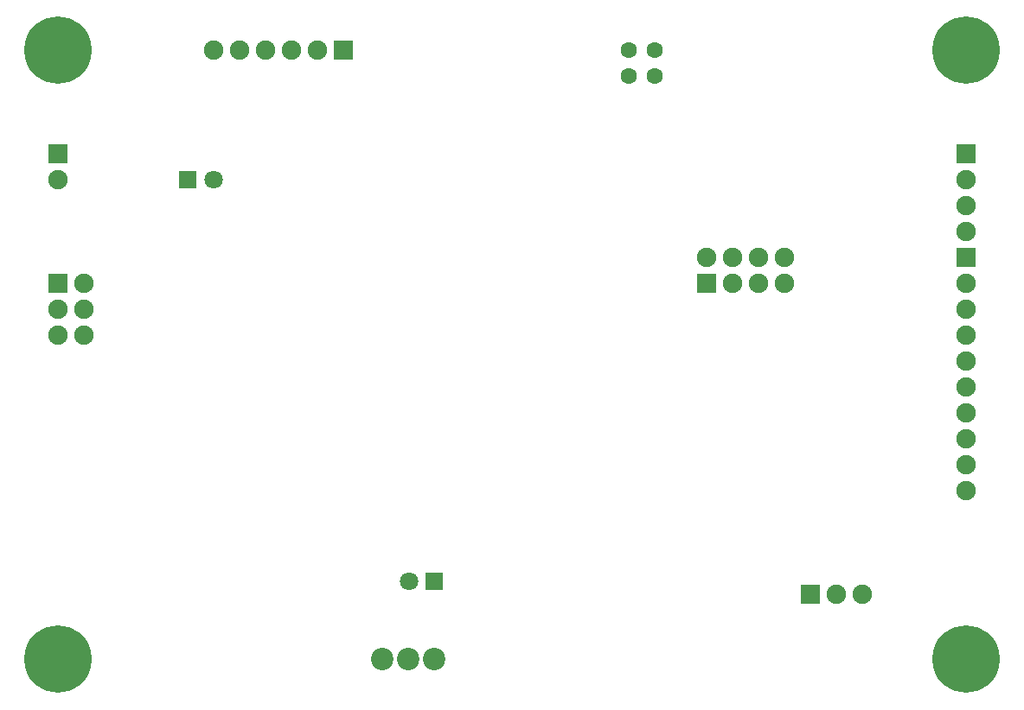
<source format=gbs>
G04 #@! TF.FileFunction,Soldermask,Bot*
%FSLAX46Y46*%
G04 Gerber Fmt 4.6, Leading zero omitted, Abs format (unit mm)*
G04 Created by KiCad (PCBNEW 4.0.4+e1-6308~48~ubuntu15.10.1-stable) date Tue Feb  7 13:56:33 2017*
%MOMM*%
%LPD*%
G01*
G04 APERTURE LIST*
%ADD10C,0.100000*%
%ADD11C,2.200000*%
%ADD12C,1.600000*%
%ADD13R,1.900000X1.900000*%
%ADD14O,1.900000X1.900000*%
%ADD15R,1.800000X1.800000*%
%ADD16C,1.800000*%
%ADD17C,6.600000*%
G04 APERTURE END LIST*
D10*
D11*
X107950000Y-107950000D03*
X110490000Y-107950000D03*
X113030000Y-107950000D03*
D12*
X132080000Y-48260000D03*
X134620000Y-48260000D03*
X134620000Y-50800000D03*
X132080000Y-50800000D03*
D13*
X76200000Y-58420000D03*
D14*
X76200000Y-60960000D03*
D13*
X149860000Y-101600000D03*
D14*
X152400000Y-101600000D03*
X154940000Y-101600000D03*
D13*
X165100000Y-68580000D03*
D14*
X165100000Y-71120000D03*
X165100000Y-73660000D03*
X165100000Y-76200000D03*
X165100000Y-78740000D03*
X165100000Y-81280000D03*
X165100000Y-83820000D03*
X165100000Y-86360000D03*
X165100000Y-88900000D03*
X165100000Y-91440000D03*
D13*
X76200000Y-71120000D03*
D14*
X78740000Y-71120000D03*
X76200000Y-73660000D03*
X78740000Y-73660000D03*
X76200000Y-76200000D03*
X78740000Y-76200000D03*
D13*
X139700000Y-71120000D03*
D14*
X139700000Y-68580000D03*
X142240000Y-71120000D03*
X142240000Y-68580000D03*
X144780000Y-71120000D03*
X144780000Y-68580000D03*
X147320000Y-71120000D03*
X147320000Y-68580000D03*
D13*
X104140000Y-48260000D03*
D14*
X101600000Y-48260000D03*
X99060000Y-48260000D03*
X96520000Y-48260000D03*
X93980000Y-48260000D03*
X91440000Y-48260000D03*
D13*
X165100000Y-58420000D03*
D14*
X165100000Y-60960000D03*
X165100000Y-63500000D03*
X165100000Y-66040000D03*
D15*
X88900000Y-60960000D03*
D16*
X91400000Y-60960000D03*
D15*
X113030000Y-100330000D03*
D16*
X110530000Y-100330000D03*
D17*
X76200000Y-48260000D03*
X165100000Y-48260000D03*
X165100000Y-107950000D03*
X76200000Y-107950000D03*
M02*

</source>
